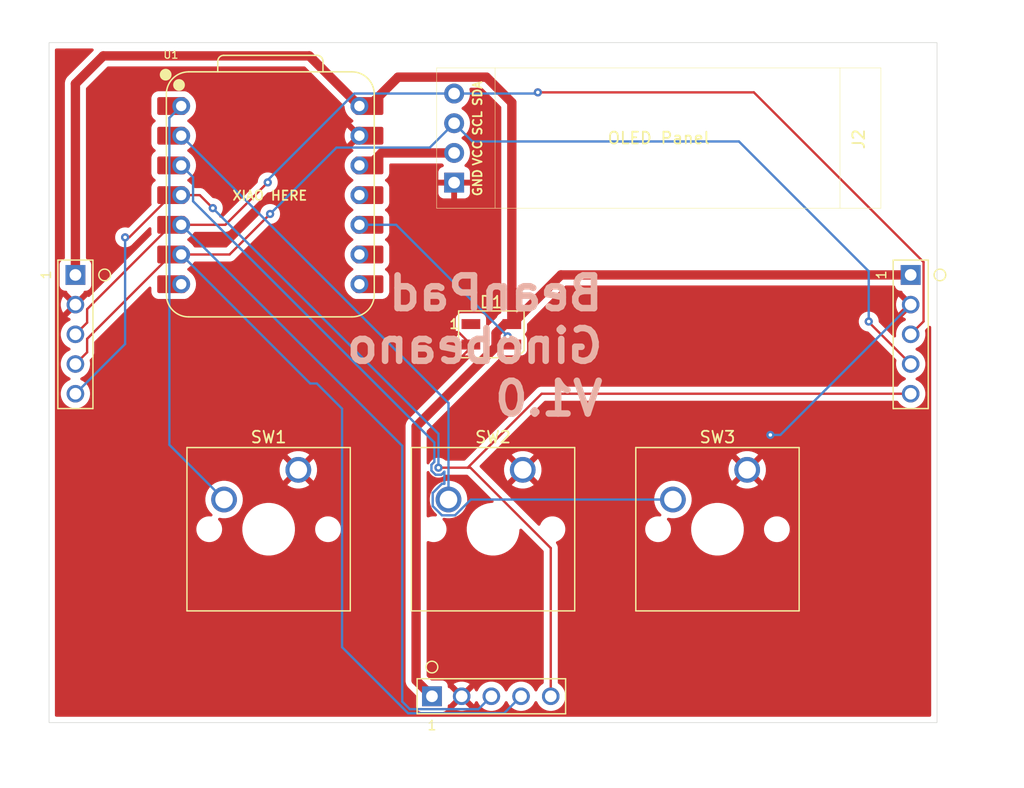
<source format=kicad_pcb>
(kicad_pcb (version 20241229) (generator "pcbnew") (generator_version "9.0")
  (layers (0 "F.Cu" signal "Front") (2 "B.Cu" signal "Back") (13 "F.Paste" user) (15 "B.Paste" user) (5 "F.SilkS" user "F.Silkscreen") (7 "B.SilkS" user "B.Silkscreen") (1 "F.Mask" user) (3 "B.Mask" user) (25 "Edge.Cuts" user))
  (net 0 "")
  (net 1 "VCC")
  (net 2 "GND")
  (net 3 "/GPIO4")
  (net 5 "/SDA")
  (net 6 "/SCL")
  (net 7 "/INT")
  (net 8 "+3V3")
  (net 9 "/GPIO26")
  (net 10 "/GPIO27")
  (net 11 "/GPIO28")
  (net 12 "/GPIO1")
  (net 13 "/GPIO1_1")
  (net 14 "/GPIO2")
  (net 15 "/GPIO3")
  (net 16 "/GPIO3_1")
  (net 17 "/GPIO0")
  (net 18 "/GPIO0_1")
  (net 19 "/GPIO2_1")
  (footprint "Module:XIAO-RP2040-DIP" (layer "F.Cu") (at 111.91875 90.4875)
    (property "Reference" "U1" (at -8.5 -12 0) (layer "F.SilkS") (effects (font (size 0.635 0.635) (thickness 0.1016))))
    (property "Value" "XIAO-RP2040-DIP")
    (fp_line (start -8.89 8.509) (end -8.89 -8.636) (stroke (width 0.127)) (layer "F.SilkS"))
    (fp_line (start -6.985 10.414) (end 6.985 10.414) (stroke (width 0.127)) (layer "F.SilkS"))
    (fp_line (start -4.495 -10.541) (end -4.491272 -11.451272) (stroke (width 0.127)) (layer "F.SilkS"))
    (fp_line (start -3.991272 -11.951) (end 4.004 -11.951) (stroke (width 0.127)) (layer "F.SilkS"))
    (fp_line (start 4.504 -11.451) (end 4.504 -10.541) (stroke (width 0.127)) (layer "F.SilkS"))
    (fp_line (start 6.985 -10.541) (end -6.985 -10.541) (stroke (width 0.1)) (layer "F.SilkS"))
    (fp_line (start 6.985 -10.541) (end -6.985 -10.541) (stroke (width 0.127)) (layer "F.SilkS"))
    (fp_line (start 8.89 8.509) (end 8.89 -8.636) (stroke (width 0.127)) (layer "F.SilkS"))
    (fp_arc (start -8.89 -8.636) (mid -8.332038 -9.983038) (end -6.985 -10.541) (stroke (width 0.127)) (layer "F.SilkS"))
    (fp_arc (start -6.985 10.414) (mid -8.332038 9.856038) (end -8.89 8.509) (stroke (width 0.127)) (layer "F.SilkS"))
    (fp_arc (start -4.491272 -11.451272) (mid -4.344728 -11.80464) (end -3.991272 -11.951) (stroke (width 0.127)) (layer "F.SilkS"))
    (fp_arc (start 4.004 -11.951) (mid 4.357553 -11.804553) (end 4.504 -11.451) (stroke (width 0.127)) (layer "F.SilkS"))
    (fp_arc (start 6.985 -10.541) (mid 8.332038 -9.983038) (end 8.89 -8.636) (stroke (width 0.127)) (layer "F.SilkS"))
    (fp_arc (start 8.89 8.509) (mid 8.332038 9.856038) (end 6.985 10.414) (stroke (width 0.127)) (layer "F.SilkS"))
    (fp_circle (center -8.95 -10.3) (end -8.95 -10.554) (stroke (width 0.5)) (fill yes) (layer "F.SilkS"))
    (fp_circle (center -7.807 -9.42) (end -7.807 -9.674) (stroke (width 0.5)) (fill yes) (layer "F.SilkS"))
    (pad "1" smd roundrect (at -8.455 -7.62 180) (size 2.432 1.524) (layers "F.Cu" "F.Mask") (roundrect_rratio 0.1) (net 9 "/GPIO26"))
    (pad "1" thru_hole circle (at -7.62 -7.62 180) (size 1.524 1.524) (drill 0.889) (layers "*.Cu" "*.Mask") (net 9 "/GPIO26"))
    (pad "2" smd roundrect (at -8.455 -5.08 180) (size 2.432 1.524) (layers "F.Cu" "F.Mask") (roundrect_rratio 0.1) (net 10 "/GPIO27"))
    (pad "2" thru_hole circle (at -7.62 -5.08 180) (size 1.524 1.524) (drill 0.889) (layers "*.Cu" "*.Mask") (net 10 "/GPIO27"))
    (pad "3" smd roundrect (at -8.455 -2.54 180) (size 2.432 1.524) (layers "F.Cu" "F.Mask") (roundrect_rratio 0.1) (net 11 "/GPIO28"))
    (pad "3" thru_hole circle (at -7.62 -2.54 180) (size 1.524 1.524) (drill 0.889) (layers "*.Cu" "*.Mask") (net 11 "/GPIO28"))
    (pad "4" smd roundrect (at -8.455 0 180) (size 2.432 1.524) (layers "F.Cu" "F.Mask") (roundrect_rratio 0.1) (net 7 "/INT"))
    (pad "4" thru_hole circle (at -7.62 0 180) (size 1.524 1.524) (drill 0.889) (layers "*.Cu" "*.Mask") (net 7 "/INT"))
    (pad "5" smd roundrect (at -8.455 2.54 180) (size 2.432 1.524) (layers "F.Cu" "F.Mask") (roundrect_rratio 0.1) (net 5 "/SDA"))
    (pad "5" thru_hole circle (at -7.62 2.54 180) (size 1.524 1.524) (drill 0.889) (layers "*.Cu" "*.Mask") (net 5 "/SDA"))
    (pad "6" smd roundrect (at -8.455 5.08 180) (size 2.432 1.524) (layers "F.Cu" "F.Mask") (roundrect_rratio 0.1) (net 6 "/SCL"))
    (pad "6" thru_hole circle (at -7.62 5.08 180) (size 1.524 1.524) (drill 0.889) (layers "*.Cu" "*.Mask") (net 6 "/SCL"))
    (pad "7" smd roundrect (at -8.455 7.62 180) (size 2.432 1.524) (layers "F.Cu" "F.Mask") (roundrect_rratio 0.1) (net 17 "/GPIO0"))
    (pad "7" thru_hole circle (at -7.62 7.62 180) (size 1.524 1.524) (drill 0.889) (layers "*.Cu" "*.Mask") (net 18 "/GPIO0_1"))
    (pad "8" thru_hole circle (at 7.62 7.62) (size 1.524 1.524) (drill 0.889) (layers "*.Cu" "*.Mask") (net 13 "/GPIO1_1"))
    (pad "8" smd roundrect (at 8.455 7.62) (size 2.432 1.524) (layers "F.Cu" "F.Mask") (roundrect_rratio 0.1) (net 12 "/GPIO1"))
    (pad "9" thru_hole circle (at 7.62 5.08) (size 1.524 1.524) (drill 0.889) (layers "*.Cu" "*.Mask") (net 14 "/GPIO2"))
    (pad "9" smd roundrect (at 8.455 5.08) (size 2.432 1.524) (layers "F.Cu" "F.Mask") (roundrect_rratio 0.1) (net 19 "/GPIO2_1"))
    (pad "10" thru_hole circle (at 7.62 2.54) (size 1.524 1.524) (drill 0.889) (layers "*.Cu" "*.Mask") (net 3 "/GPIO4"))
    (pad "10" smd roundrect (at 8.455 2.54) (size 2.432 1.524) (layers "F.Cu" "F.Mask") (roundrect_rratio 0.1) (net 3 "/GPIO4"))
    (pad "11" thru_hole circle (at 7.62 0) (size 1.524 1.524) (drill 0.889) (layers "*.Cu" "*.Mask") (net 16 "/GPIO3_1"))
    (pad "11" smd roundrect (at 8.455 0) (size 2.432 1.524) (layers "F.Cu" "F.Mask") (roundrect_rratio 0.1) (net 15 "/GPIO3"))
    (pad "12" thru_hole circle (at 7.62 -2.54) (size 1.524 1.524) (drill 0.889) (layers "*.Cu" "*.Mask") (net 8 "+3V3"))
    (pad "12" smd roundrect (at 8.455 -2.54) (size 2.432 1.524) (layers "F.Cu" "F.Mask") (roundrect_rratio 0.1) (net 8 "+3V3"))
    (pad "13" thru_hole circle (at 7.62 -5.08) (size 1.524 1.524) (drill 0.889) (layers "*.Cu" "*.Mask") (net 2 "GND"))
    (pad "13" smd roundrect (at 8.455 -5.08) (size 2.432 1.524) (layers "F.Cu" "F.Mask") (roundrect_rratio 0.1) (net 2 "GND"))
    (pad "14" thru_hole circle (at 7.62 -7.62) (size 1.524 1.524) (drill 0.889) (layers "*.Cu" "*.Mask") (net 1 "VCC"))
    (pad "14" smd roundrect (at 8.455 -7.62) (size 2.432 1.524) (layers "F.Cu" "F.Mask") (roundrect_rratio 0.1) (net 1 "VCC"))
  )
  (footprint "SSD1306:SSD1306-0.91-OLED-4pin-128x32" (layer "F.Cu") (at 164.14125 91.61 180)
    (property "Reference" "J2" (at 1.9 5.91 90) (layer "F.SilkS"))
    (property "Value" "Display")
    (fp_line (start 38 12) (end 38 0) (stroke (width 0.04)) (layer "F.SilkS"))
    (fp_line (start 38 0) (end 0 0) (stroke (width 0.04)) (layer "F.SilkS"))
    (fp_line (start 33 0) (end 33 12) (stroke (width 0.04)) (layer "F.SilkS"))
    (fp_line (start 3.5 0) (end 3.5 12) (stroke (width 0.04)) (layer "F.SilkS"))
    (fp_line (start 0 12) (end 38 12) (stroke (width 0.04)) (layer "F.SilkS"))
    (fp_line (start 0 0) (end 0 12) (stroke (width 0.04)) (layer "F.SilkS"))
    (fp_text user "SDA" (at 34.5 9.81 90) (layer "F.SilkS") (effects (font (size 0.75 0.75))))
    (fp_text user "GND" (at 34.5 2.19 90) (layer "F.SilkS") (effects (font (size 0.75 0.75))))
    (fp_text user "VCC" (at 34.5 4.73 90) (layer "F.SilkS") (effects (font (size 0.75 0.75))))
    (fp_text user "SCL" (at 34.5 7.27 90) (layer "F.SilkS") (effects (font (size 0.75 0.75))))
    (fp_text user "OLED Panel" (at 19 6 0) (layer "F.SilkS"))
    (pad "1" thru_hole rect (at 36.5 2.19 180) (size 1.7 1.7) (drill 1) (layers "*.Cu" "*.Mask") (net 2 "GND"))
    (pad "2" thru_hole oval (at 36.5 4.73 180) (size 1.7 1.7) (drill 1) (layers "*.Cu" "*.Mask") (net 8 "+3V3"))
    (pad "3" thru_hole oval (at 36.5 7.27 180) (size 1.7 1.7) (drill 1) (layers "*.Cu" "*.Mask") (net 6 "/SCL"))
    (pad "4" thru_hole oval (at 36.5 9.81 180) (size 1.7 1.7) (drill 1) (layers "*.Cu" "*.Mask") (net 5 "/SDA"))
  )
  (footprint "LED_SMD:LED_SK6812MINI_PLCC4_3.5x3.5mm_P1.75mm" (layer "F.Cu") (at 130.824375 102.39375)
    (property "Reference" "D1" (at 0 -2.75 0) (layer "F.SilkS"))
    (property "Value" "SK6812MINI")
    (fp_line (start -2.8 -2) (end -2.8 2) (stroke (width 0.12)) (layer "F.SilkS"))
    (fp_line (start -2.8 -2) (end 2.8 -2) (stroke (width 0.12)) (layer "F.SilkS"))
    (fp_line (start -2.8 2) (end 2.2 2) (stroke (width 0.12)) (layer "F.SilkS"))
    (fp_line (start 2.8 1.4) (end 2.2 2) (stroke (width 0.12)) (layer "F.SilkS"))
    (fp_line (start 2.8 1.4) (end 2.8 -2) (stroke (width 0.12)) (layer "F.SilkS"))
    (fp_text user "1" (at -3.2 -0.875 0) (layer "F.SilkS") (effects (font (size 0.8 0.8))))
    (pad "1" smd rect (at -1.75 -0.875) (size 1.6 0.85) (layers "F.Cu" "F.Mask" "F.Paste"))
    (pad "2" smd rect (at -1.75 0.875) (size 1.6 0.85) (layers "F.Cu" "F.Mask" "F.Paste") (net 2 "GND"))
    (pad "3" smd rect (at 1.75 0.875) (size 1.6 0.85) (layers "F.Cu" "F.Mask" "F.Paste") (net 3 "/GPIO4"))
    (pad "4" smd rect (at 1.75 -0.875) (size 1.6 0.85) (layers "F.Cu" "F.Mask" "F.Paste") (net 1 "VCC"))
  )
  (footprint "Button_Switch_Keyboard:SW_Cherry_MX_1.00u_PCB" (layer "F.Cu") (at 152.703125 113.9825)
    (property "Reference" "SW3" (at -2.54 -2.794 0) (layer "F.SilkS"))
    (property "Value" "SW_Push")
    (fp_line (start -9.525 -1.905) (end 4.445 -1.905) (stroke (width 0.12)) (layer "F.SilkS"))
    (fp_line (start -9.525 12.065) (end -9.525 -1.905) (stroke (width 0.12)) (layer "F.SilkS"))
    (fp_line (start 4.445 -1.905) (end 4.445 12.065) (stroke (width 0.12)) (layer "F.SilkS"))
    (fp_line (start 4.445 12.065) (end -9.525 12.065) (stroke (width 0.12)) (layer "F.SilkS"))
    (pad "" np_thru_hole circle (at -7.62 5.08) (size 1.7 1.7) (drill 1.7) (layers "*.Cu" "*.Mask"))
    (pad "" np_thru_hole circle (at -2.54 5.08) (size 4 4) (drill 4) (layers "*.Cu" "*.Mask"))
    (pad "" np_thru_hole circle (at 2.54 5.08) (size 1.7 1.7) (drill 1.7) (layers "*.Cu" "*.Mask"))
    (pad "1" thru_hole circle (at 0 0) (size 2.2 2.2) (drill 1.5) (layers "*.Cu" "*.Mask") (net 2 "GND"))
    (pad "2" thru_hole circle (at -6.35 2.54) (size 2.2 2.2) (drill 1.5) (layers "*.Cu" "*.Mask") (net 11 "/GPIO28"))
  )
  (footprint "Conn_Pogo:male_only_connector_5pin_Version3" (layer "F.Cu") (at 166.6875 102.39375 -90)
    (property "Reference" "J1" (hide yes))
    (property "Value" "Male_Pogo_Connector_01x05" (hide yes))
    (fp_line (start -6.35 1.5) (end 6.35 1.5) (stroke (width 0.12)) (layer "F.SilkS"))
    (fp_line (start -6.35 -1.5) (end -6.35 1.5) (stroke (width 0.12)) (layer "F.SilkS"))
    (fp_line (start -6.35 -1.5) (end 6.35 -1.5) (stroke (width 0.12)) (layer "F.SilkS"))
    (fp_line (start 6.35 -1.5) (end 6.35 1.5) (stroke (width 0.12)) (layer "F.SilkS"))
    (fp_circle (center -5.08 -2.5) (end -4.58 -2.5) (stroke (width 0.12)) (fill no) (layer "F.SilkS"))
    (fp_text user "1" (at -5.08 2.5 90) (layer "F.SilkS") (effects (font (size 0.8 0.8) (thickness 0.12))))
    (pad "1" thru_hole rect (at -5.08 0 270) (size 1.7 1.7) (drill 1) (layers "*.Cu" "*.Mask") (net 1 "VCC"))
    (pad "2" thru_hole circle (at -2.54 0 270) (size 1.5 1.5) (drill 1) (layers "*.Cu" "*.Mask") (net 2 "GND"))
    (pad "3" thru_hole circle (at 0 0 270) (size 1.5 1.5) (drill 1) (layers "*.Cu" "*.Mask") (net 5 "/SDA"))
    (pad "4" thru_hole circle (at 2.54 0 270) (size 1.5 1.5) (drill 1) (layers "*.Cu" "*.Mask") (net 6 "/SCL"))
    (pad "5" thru_hole circle (at 5.08 0 270) (size 1.5 1.5) (drill 1) (layers "*.Cu" "*.Mask") (net 7 "/INT"))
  )
  (footprint "Conn_Pogo:male_only_connector_5pin_Version3" (layer "F.Cu") (at 95.25 102.39375 -90)
    (property "Reference" "J3" (hide yes))
    (property "Value" "Male_Pogo_Connector_01x05" (hide yes))
    (fp_line (start -6.35 1.5) (end 6.35 1.5) (stroke (width 0.12)) (layer "F.SilkS"))
    (fp_line (start -6.35 -1.5) (end -6.35 1.5) (stroke (width 0.12)) (layer "F.SilkS"))
    (fp_line (start -6.35 -1.5) (end 6.35 -1.5) (stroke (width 0.12)) (layer "F.SilkS"))
    (fp_line (start 6.35 -1.5) (end 6.35 1.5) (stroke (width 0.12)) (layer "F.SilkS"))
    (fp_circle (center -5.08 -2.5) (end -4.58 -2.5) (stroke (width 0.12)) (fill no) (layer "F.SilkS"))
    (fp_text user "1" (at -5.08 2.5 90) (layer "F.SilkS") (effects (font (size 0.8 0.8) (thickness 0.12))))
    (pad "1" thru_hole rect (at -5.08 0 270) (size 1.7 1.7) (drill 1) (layers "*.Cu" "*.Mask") (net 1 "VCC"))
    (pad "2" thru_hole circle (at -2.54 0 270) (size 1.5 1.5) (drill 1) (layers "*.Cu" "*.Mask") (net 2 "GND"))
    (pad "3" thru_hole circle (at 0 0 270) (size 1.5 1.5) (drill 1) (layers "*.Cu" "*.Mask") (net 5 "/SDA"))
    (pad "4" thru_hole circle (at 2.54 0 270) (size 1.5 1.5) (drill 1) (layers "*.Cu" "*.Mask") (net 6 "/SCL"))
    (pad "5" thru_hole circle (at 5.08 0 270) (size 1.5 1.5) (drill 1) (layers "*.Cu" "*.Mask") (net 7 "/INT"))
  )
  (footprint "Button_Switch_Keyboard:SW_Cherry_MX_1.00u_PCB" (layer "F.Cu") (at 114.314375 113.9825)
    (property "Reference" "SW1" (at -2.54 -2.794 0) (layer "F.SilkS"))
    (property "Value" "SW_Push")
    (fp_line (start -9.525 -1.905) (end 4.445 -1.905) (stroke (width 0.12)) (layer "F.SilkS"))
    (fp_line (start -9.525 12.065) (end -9.525 -1.905) (stroke (width 0.12)) (layer "F.SilkS"))
    (fp_line (start 4.445 -1.905) (end 4.445 12.065) (stroke (width 0.12)) (layer "F.SilkS"))
    (fp_line (start 4.445 12.065) (end -9.525 12.065) (stroke (width 0.12)) (layer "F.SilkS"))
    (pad "" np_thru_hole circle (at -7.62 5.08) (size 1.7 1.7) (drill 1.7) (layers "*.Cu" "*.Mask"))
    (pad "" np_thru_hole circle (at -2.54 5.08) (size 4 4) (drill 4) (layers "*.Cu" "*.Mask"))
    (pad "" np_thru_hole circle (at 2.54 5.08) (size 1.7 1.7) (drill 1.7) (layers "*.Cu" "*.Mask"))
    (pad "1" thru_hole circle (at 0 0) (size 2.2 2.2) (drill 1.5) (layers "*.Cu" "*.Mask") (net 2 "GND"))
    (pad "2" thru_hole circle (at -6.35 2.54) (size 2.2 2.2) (drill 1.5) (layers "*.Cu" "*.Mask") (net 9 "/GPIO26"))
  )
  (footprint "Button_Switch_Keyboard:SW_Cherry_MX_1.00u_PCB" (layer "F.Cu") (at 133.50875 113.9825)
    (property "Reference" "SW2" (at -2.54 -2.794 0) (layer "F.SilkS"))
    (property "Value" "SW_Push")
    (fp_line (start -9.525 -1.905) (end 4.445 -1.905) (stroke (width 0.12)) (layer "F.SilkS"))
    (fp_line (start -9.525 12.065) (end -9.525 -1.905) (stroke (width 0.12)) (layer "F.SilkS"))
    (fp_line (start 4.445 -1.905) (end 4.445 12.065) (stroke (width 0.12)) (layer "F.SilkS"))
    (fp_line (start 4.445 12.065) (end -9.525 12.065) (stroke (width 0.12)) (layer "F.SilkS"))
    (pad "" np_thru_hole circle (at -7.62 5.08) (size 1.7 1.7) (drill 1.7) (layers "*.Cu" "*.Mask"))
    (pad "" np_thru_hole circle (at -2.54 5.08) (size 4 4) (drill 4) (layers "*.Cu" "*.Mask"))
    (pad "" np_thru_hole circle (at 2.54 5.08) (size 1.7 1.7) (drill 1.7) (layers "*.Cu" "*.Mask"))
    (pad "1" thru_hole circle (at 0 0) (size 2.2 2.2) (drill 1.5) (layers "*.Cu" "*.Mask") (net 2 "GND"))
    (pad "2" thru_hole circle (at -6.35 2.54) (size 2.2 2.2) (drill 1.5) (layers "*.Cu" "*.Mask") (net 10 "/GPIO27"))
  )
  (footprint "Conn_Pogo:male_only_connector_5pin_Version3" (layer "F.Cu") (at 130.824375 133.35)
    (property "Reference" "J5" (hide yes))
    (property "Value" "Male_Pogo_Connector_01x05" (hide yes))
    (fp_line (start -6.35 -1.5) (end -6.35 1.5) (stroke (width 0.12)) (layer "F.SilkS"))
    (fp_line (start -6.35 -1.5) (end 6.35 -1.5) (stroke (width 0.12)) (layer "F.SilkS"))
    (fp_line (start -6.35 1.5) (end 6.35 1.5) (stroke (width 0.12)) (layer "F.SilkS"))
    (fp_line (start 6.35 -1.5) (end 6.35 1.5) (stroke (width 0.12)) (layer "F.SilkS"))
    (fp_circle (center -5.08 -2.5) (end -4.58 -2.5) (stroke (width 0.12)) (fill no) (layer "F.SilkS"))
    (fp_text user "1" (at -5.08 2.5 0) (layer "F.SilkS") (effects (font (size 0.8 0.8) (thickness 0.12))))
    (pad "1" thru_hole rect (at -5.08 0) (size 1.7 1.7) (drill 1) (layers "*.Cu" "*.Mask") (net 1 "VCC"))
    (pad "2" thru_hole circle (at -2.54 0) (size 1.5 1.5) (drill 1) (layers "*.Cu" "*.Mask") (net 2 "GND"))
    (pad "3" thru_hole circle (at 0 0) (size 1.5 1.5) (drill 1) (layers "*.Cu" "*.Mask") (net 5 "/SDA"))
    (pad "4" thru_hole circle (at 2.54 0) (size 1.5 1.5) (drill 1) (layers "*.Cu" "*.Mask") (net 6 "/SCL"))
    (pad "5" thru_hole circle (at 5.08 0) (size 1.5 1.5) (drill 1) (layers "*.Cu" "*.Mask") (net 7 "/INT"))
  )
  (gr_rect (start 92.996 77.446) (end 168.9415 135.604) (stroke (width 0.05)) (fill no) (layer "Edge.Cuts"))
  (gr_text "XIAO HERE" (at 108.6 91 0) (layer "F.SilkS") (effects (font (size 0.8 0.8) (thickness 0.15) (bold yes)) (justify left bottom)))
  (gr_text "BeanPad\nGinobeano\nV1.0" (at 140.638125 109.5375 0) (layer "B.SilkS") (effects (font (size 2.8 2.8) (thickness 0.56) (bold yes)) (justify left bottom mirror)))
  (segment (start 124.38775 110.282375) (end 131.223375 103.44675) (width 0.8) (layer "F.Cu") (net 1))
  (segment (start 120.37375 82.8675) (end 122.84225 80.399) (width 0.8) (layer "F.Cu") (net 1))
  (segment (start 95.25 97.31375) (end 95.25 80.9625) (width 0.8) (layer "F.Cu") (net 1))
  (segment (start 131.223375 102.29275) (end 131.997375 101.51875) (width 0.8) (layer "F.Cu") (net 1))
  (segment (start 97.63125 78.58125) (end 115.2525 78.58125) (width 0.8) (layer "F.Cu") (net 1))
  (segment (start 130.40525 80.399) (end 132.574375 82.568125) (width 0.8) (layer "F.Cu") (net 1))
  (segment (start 131.997375 101.51875) (end 132.574375 101.51875) (width 0.8) (layer "F.Cu") (net 1))
  (segment (start 136.779375 97.31375) (end 132.574375 101.51875) (width 0.8) (layer "F.Cu") (net 1))
  (segment (start 124.38775 131.993375) (end 124.38775 110.282375) (width 0.8) (layer "F.Cu") (net 1))
  (segment (start 131.223375 103.44675) (end 131.223375 102.29275) (width 0.8) (layer "F.Cu") (net 1))
  (segment (start 166.6875 97.31375) (end 136.779375 97.31375) (width 0.8) (layer "F.Cu") (net 1))
  (segment (start 132.574375 82.568125) (end 132.574375 101.51875) (width 0.8) (layer "F.Cu") (net 1))
  (segment (start 122.84225 80.399) (end 130.40525 80.399) (width 0.8) (layer "F.Cu") (net 1))
  (segment (start 125.744375 133.35) (end 124.38775 131.993375) (width 0.8) (layer "F.Cu") (net 1))
  (segment (start 95.25 80.9625) (end 97.63125 78.58125) (width 0.8) (layer "F.Cu") (net 1))
  (segment (start 115.2525 78.58125) (end 119.53875 82.8675) (width 0.8) (layer "F.Cu") (net 1))
  (segment (start 129.074375 103.525625) (end 127.3 105.3) (width 0.2) (layer "F.Cu") (net 2))
  (segment (start 152.703125 113.9825) (end 154.686 111.999625) (width 0.2) (layer "F.Cu") (net 2))
  (segment (start 154.686 111.999625) (end 154.686 110.998) (width 0.2) (layer "F.Cu") (net 2))
  (segment (start 128.005625 102.2) (end 127.1 102.2) (width 0.2) (layer "F.Cu") (net 2))
  (segment (start 129.074375 103.26875) (end 128.005625 102.2) (width 0.2) (layer "F.Cu") (net 2))
  (via (at 154.686 110.998) (size 0.7) (drill 0.3) (layers "F.Cu" "B.Cu") (net 2))
  (segment (start 154.686 110.998) (end 155.54325 110.998) (width 0.2) (layer "B.Cu") (net 2))
  (segment (start 155.54325 110.998) (end 166.6875 99.85375) (width 0.2) (layer "B.Cu") (net 2))
  (segment (start 132.574375 103.26875) (end 132.574375 102.918127) (width 0.2) (layer "F.Cu") (net 3))
  (segment (start 132.574375 102.918127) (end 132.222583 102.566335) (width 0.2) (layer "F.Cu") (net 3))
  (via (at 132.222583 102.566335) (size 0.7) (drill 0.3) (layers "F.Cu" "B.Cu") (net 3))
  (segment (start 132.222583 102.566335) (end 122.683748 93.0275) (width 0.2) (layer "B.Cu") (net 3))
  (segment (start 122.683748 93.0275) (end 119.53875 93.0275) (width 0.2) (layer "B.Cu") (net 3))
  (segment (start 167.7885 96.21275) (end 153.27575 81.7) (width 0.2) (layer "F.Cu") (net 5))
  (segment (start 96.251 100.24025) (end 103.46375 93.0275) (width 0.2) (layer "F.Cu") (net 5))
  (segment (start 96.251 101.39275) (end 96.251 100.24025) (width 0.2) (layer "F.Cu") (net 5))
  (segment (start 111.7 89.4) (end 108.0725 93.0275) (width 0.2) (layer "F.Cu") (net 5))
  (segment (start 166.6875 102.39375) (end 167.7885 101.29275) (width 0.2) (layer "F.Cu") (net 5))
  (segment (start 95.25 102.39375) (end 96.251 101.39275) (width 0.2) (layer "F.Cu") (net 5))
  (segment (start 108.0725 93.0275) (end 104.29875 93.0275) (width 0.2) (layer "F.Cu") (net 5))
  (segment (start 153.27575 81.7) (end 134.8 81.7) (width 0.2) (layer "F.Cu") (net 5))
  (segment (start 167.7885 101.29275) (end 167.7885 96.21275) (width 0.2) (layer "F.Cu") (net 5))
  (via (at 111.7 89.4) (size 0.7) (drill 0.3) (layers "F.Cu" "B.Cu") (net 5))
  (via (at 134.8 81.7) (size 0.7) (drill 0.3) (layers "F.Cu" "B.Cu") (net 5))
  (segment (start 123.2 111.92875) (end 104.29875 93.0275) (width 0.2) (layer "B.Cu") (net 5))
  (segment (start 123.2 133.8) (end 123.2 111.92875) (width 0.2) (layer "B.Cu") (net 5))
  (segment (start 119.1 81.8) (end 111.7 89.2) (width 0.2) (layer "B.Cu") (net 5))
  (segment (start 123.851 134.451) (end 123.2 133.8) (width 0.2) (layer "B.Cu") (net 5))
  (segment (start 127.64125 81.8) (end 119.1 81.8) (width 0.2) (layer "B.Cu") (net 5))
  (segment (start 130.824375 133.35) (end 129.723375 134.451) (width 0.2) (layer "B.Cu") (net 5))
  (segment (start 134.8 81.7) (end 134.7 81.8) (width 0.2) (layer "B.Cu") (net 5))
  (segment (start 111.7 89.2) (end 111.7 89.4) (width 0.2) (layer "B.Cu") (net 5))
  (segment (start 129.723375 134.451) (end 123.851 134.451) (width 0.2) (layer "B.Cu") (net 5))
  (segment (start 134.7 81.8) (end 127.64125 81.8) (width 0.2) (layer "B.Cu") (net 5))
  (segment (start 96.251 102.78025) (end 103.46375 95.5675) (width 0.2) (layer "F.Cu") (net 6))
  (segment (start 111.9 92.1) (end 108.4325 95.5675) (width 0.2) (layer "F.Cu") (net 6))
  (segment (start 163.1 101.34625) (end 163.1 101.3) (width 0.2) (layer "F.Cu") (net 6))
  (segment (start 108.4325 95.5675) (end 104.29875 95.5675) (width 0.2) (layer "F.Cu") (net 6))
  (segment (start 166.6875 104.93375) (end 163.1 101.34625) (width 0.2) (layer "F.Cu") (net 6))
  (segment (start 96.251 103.93275) (end 96.251 102.78025) (width 0.2) (layer "F.Cu") (net 6))
  (segment (start 95.25 104.93375) (end 96.251 103.93275) (width 0.2) (layer "F.Cu") (net 6))
  (via (at 111.9 92.1) (size 0.7) (drill 0.3) (layers "F.Cu" "B.Cu") (net 6))
  (via (at 163.1 101.3) (size 0.7) (drill 0.3) (layers "F.Cu" "B.Cu") (net 6))
  (segment (start 127.64125 84.34) (end 125.56075 86.4205) (width 0.2) (layer "B.Cu") (net 6))
  (segment (start 125.56075 86.4205) (end 117.5795 86.4205) (width 0.2) (layer "B.Cu") (net 6))
  (segment (start 152 85.9) (end 129.20125 85.9) (width 0.2) (layer "B.Cu") (net 6))
  (segment (start 163.1 97) (end 152 85.9) (width 0.2) (layer "B.Cu") (net 6))
  (segment (start 133.364375 133.35) (end 131.912375 134.802) (width 0.2) (layer "B.Cu") (net 6))
  (segment (start 123.705612 134.802) (end 118.055375 129.151763) (width 0.2) (layer "B.Cu") (net 6))
  (segment (start 129.20125 85.9) (end 127.64125 84.34) (width 0.2) (layer "B.Cu") (net 6))
  (segment (start 131.912375 134.802) (end 123.705612 134.802) (width 0.2) (layer "B.Cu") (net 6))
  (segment (start 115.33125 106.6) (end 104.29875 95.5675) (width 0.2) (layer "B.Cu") (net 6))
  (segment (start 163.1 101.3) (end 163.1 97) (width 0.2) (layer "B.Cu") (net 6))
  (segment (start 118.055375 129.151763) (end 118.055375 108.755375) (width 0.2) (layer "B.Cu") (net 6))
  (segment (start 117.5795 86.4205) (end 111.9 92.1) (width 0.2) (layer "B.Cu") (net 6))
  (segment (start 115.9 106.6) (end 115.33125 106.6) (width 0.2) (layer "B.Cu") (net 6))
  (segment (start 118.055375 108.755375) (end 115.9 106.6) (width 0.2) (layer "B.Cu") (net 6))
  (segment (start 107 91.6) (end 105.8875 90.4875) (width 0.2) (layer "F.Cu") (net 7))
  (segment (start 166.6875 107.47375) (end 135.12625 107.47375) (width 0.2) (layer "F.Cu") (net 7))
  (segment (start 103.46375 90.4875) (end 99.85125 94.1) (width 0.2) (layer "F.Cu") (net 7))
  (segment (start 129.031066 113.8) (end 128.8 113.8) (width 0.2) (layer "F.Cu") (net 7))
  (segment (start 135.904375 133.35) (end 135.904375 120.673309) (width 0.2) (layer "F.Cu") (net 7))
  (segment (start 135.12625 107.47375) (end 128.8 113.8) (width 0.2) (layer "F.Cu") (net 7))
  (segment (start 135.904375 120.673309) (end 129.031066 113.8) (width 0.2) (layer "F.Cu") (net 7))
  (segment (start 128.8 113.8) (end 126.3 113.8) (width 0.2) (layer "F.Cu") (net 7))
  (segment (start 105.8875 90.4875) (end 104.29875 90.4875) (width 0.2) (layer "F.Cu") (net 7))
  (segment (start 99.85125 94.1) (end 99.5 94.1) (width 0.2) (layer "F.Cu") (net 7))
  (via (at 107 91.6) (size 0.7) (drill 0.3) (layers "F.Cu" "B.Cu") (net 7))
  (via (at 126.3 113.8) (size 0.7) (drill 0.3) (layers "F.Cu" "B.Cu") (net 7))
  (via (at 99.5 94.1) (size 0.7) (drill 0.3) (layers "F.Cu" "B.Cu") (net 7))
  (segment (start 99.5 103.22375) (end 95.25 107.47375) (width 0.2) (layer "B.Cu") (net 7))
  (segment (start 126.3 113.8) (end 126.3 110.9) (width 0.2) (layer "B.Cu") (net 7))
  (segment (start 126.3 110.9) (end 107 91.6) (width 0.2) (layer "B.Cu") (net 7))
  (segment (start 99.5 94.1) (end 99.5 103.22375) (width 0.2) (layer "B.Cu") (net 7))
  (segment (start 121.44125 86.88) (end 120.37375 87.9475) (width 0.8) (layer "F.Cu") (net 8))
  (segment (start 127.64125 86.88) (end 121.44125 86.88) (width 0.8) (layer "F.Cu") (net 8))
  (segment (start 103.28575 111.843875) (end 103.28575 83.8805) (width 0.2) (layer "B.Cu") (net 9))
  (segment (start 107.964375 116.5225) (end 103.28575 111.843875) (width 0.2) (layer "B.Cu") (net 9))
  (segment (start 103.28575 83.8805) (end 104.29875 82.8675) (width 0.2) (layer "B.Cu") (net 9))
  (segment (start 127.15875 116.5225) (end 127.15875 108.2675) (width 0.2) (layer "B.Cu") (net 10))
  (segment (start 127.15875 108.2675) (end 104.29875 85.4075) (width 0.2) (layer "B.Cu") (net 10))
  (segment (start 127.718353 117.8735) (end 126.599147 117.8735) (width 0.2) (layer "B.Cu") (net 11))
  (segment (start 125.949 111.649) (end 105.31175 91.01175) (width 0.2) (layer "B.Cu") (net 11))
  (segment (start 125.80775 117.082103) (end 125.80775 115.962897) (width 0.2) (layer "B.Cu") (net 11))
  (segment (start 105.31175 91.01175) (end 105.31175 88.9605) (width 0.2) (layer "B.Cu") (net 11))
  (segment (start 126.80775 114.142193) (end 126.548943 114.401) (width 0.2) (layer "B.Cu") (net 11))
  (segment (start 105.31175 88.9605) (end 104.29875 87.9475) (width 0.2) (layer "B.Cu") (net 11))
  (segment (start 126.599147 115.1715) (end 126.80775 115.1715) (width 0.2) (layer "B.Cu") (net 11))
  (segment (start 146.353125 116.5225) (end 129.069353 116.5225) (width 0.2) (layer "B.Cu") (net 11))
  (segment (start 126.599147 117.8735) (end 125.80775 117.082103) (width 0.2) (layer "B.Cu") (net 11))
  (segment (start 129.069353 116.5225) (end 127.718353 117.8735) (width 0.2) (layer "B.Cu") (net 11))
  (segment (start 126.051057 114.401) (end 125.699 114.048943) (width 0.2) (layer "B.Cu") (net 11))
  (segment (start 125.699 114.048943) (end 125.699 113.551057) (width 0.2) (layer "B.Cu") (net 11))
  (segment (start 125.80775 115.962897) (end 126.599147 115.1715) (width 0.2) (layer "B.Cu") (net 11))
  (segment (start 125.949 113.301057) (end 125.949 111.649) (width 0.2) (layer "B.Cu") (net 11))
  (segment (start 126.548943 114.401) (end 126.051057 114.401) (width 0.2) (layer "B.Cu") (net 11))
  (segment (start 125.699 113.551057) (end 125.949 113.301057) (width 0.2) (layer "B.Cu") (net 11))
  (segment (start 126.80775 115.1715) (end 126.80775 114.142193) (width 0.2) (layer "B.Cu") (net 11))
  (zone (net 2) (net_name "GND") (layer "F.Cu") (connect_pads (clearance 0.5)) (min_thickness 0.25) (fill yes (thermal_gap 0.5) (thermal_bridge_width 0.5))
    (polygon (pts (xy 92.1 73.8) (xy 174.9 75.3) (xy 176.4 141.2) (xy 88.8 140.3)))
  )
)
</source>
